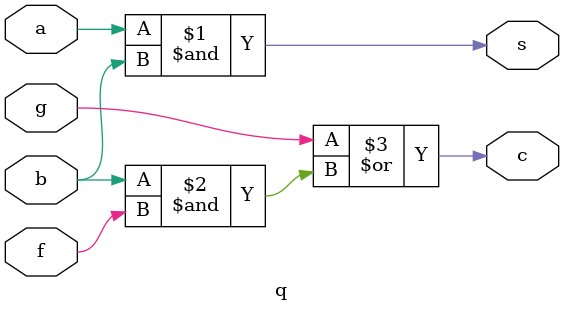
<source format=v>
`timescale 1ns / 1ps

//KSA code
module nbitksa#(parameter n=64)(
       input [n-1:0]a,b,
       input cin,
        output [n-1:0]g,      //sum 
        output [n:0]h,        //concartinated carry and sum
        output c              //carry
       );

  wire [n-1:0]m,w;             // n-1  half adder
  wire  [n-1:1]x,y;            // first stage  output
  wire  [n-1:2]u,v;            // second stage output
  wire   [n-1:4]j,k;           // third stage output
  wire   [n-1:8]p,q;           // fourth stage output
  wire   [n-1:16]z,l;          // fifth stage output
  wire   [n-1:32]s,t;          // sixth stage output
  wire   [n-1:0]su;            // sum output
 genvar i;
 generate
      for(i=0;i<=n-1;i=i+1)
         begin
              p p0(a[i],b[i],m[i],w[i]);                  //instantiate half adder module                         
             if(i==0)                       
                   assign su[i]=cin^m[i];   
             else                   
                   begin

                          // first stage  output

                        q q0(m[i-1],m[i],w[i],w[i-1],x[i],y[i]);        //instantiate carry propagation and generation module            
                           if(i==1)
                             begin
                               assign su[i]=m[i]^w[i-1];         
                             end  
                          // second stage output                            
                         if(i>1)                                      
                              begin
                                  if(i==2)
                                         begin
                                        q q1(m[i-2],x[i],y[i],n[i-2],u[i],v[i]);     //instantiate carry propagation and generation module  
                                          assign su[i]=m[i]^y[i-1];
                                         end
                                  else
                                         begin
                                           q q2(x[i-2],x[i],y[i],y[i-2],u[i],v[i]);   //instantiate carry propagation and generation module  
                                             if(i==3)
                                                assign su[i]=m[i]^v[i-1];
                                          end
                                  // third stage output
                                  if(i>3)
                                      begin
                                                 if(i==4)
                                                    begin
                                                      q q3(m[i-4],u[i],v[i],n[i-4],j[i],k[i]);     //instantiate carry propagation and generation module  
                                                      assign su[i]=m[i]^v[i-1];
                                                    end
                                                  else if(i==5)
                                                     begin
                                                       q q4(x[i-4],u[i],v[i],y[i-4],j[i],k[i]);     //instantiate carry propagation and generation module  
                                                       assign su[i]=m[i]^k[i-1];
                                                     end
                                                  else
                                                     begin
                                                       q q5(u[i-4],u[i],v[i],v[i-4],j[i],k[i]);      //instantiate carry propagation and generation module  
                                                       assign su[i]=m[i]^k[i-1];
                                                     end
                                      // fourth stage output

                                         if(i>7)
                                             begin                                                        
                                                if(i==8)
                                                   begin     
                                                      q q6(m[i-8],j[i],k[i],n[i-8],p[i],q[i]);       //instantiate carry propagation and generation module  
                                                      assign  su[i]=m[i]^k[i-1];
                                                   end
                                                else if(i==9)
                                                   begin     
                                                      q q7(x[i-8],j[i],k[i],y[i-8],p[i],q[i]);       //instantiate carry propagation and generation module  
                                                      assign  su[i]=m[i]^q[i-1];
                                                   end
                                                else if((i==10) || (i==11))
                                                   begin     
                                                      q q8(u[i-8],j[i],k[i],v[i-8],p[i],q[i]);        //instantiate carry propagation and generation module  
                                                      assign  su[i]=m[i]^q[i-1];
                                                   end
                                                else
                                                   begin     
                                                      q q9(j[i-8],j[i],k[i],k[i-8],p[i],q[i]);        //instantiate carry propagation and generation module  
                                                      assign su[i]=m[i]^q[i-1];
                                                   end
                                            // fifth stage output
                                               if(i>15)
                                             begin                                                        
                                                if(i==16)
                                                   begin     
                                                      q q10(m[i-16],p[i],q[i],n[i-16],z[i],l[i]);      //instantiate carry propagation and generation module  
                                                      assign  su[i]=m[i]^q[i-1];
                                                   end
                                                else if(i==17)
                                                   begin     
                                                      q q11(x[i-16],p[i],q[i],y[i-16],z[i],l[i]);      //instantiate carry propagation and generation module  
                                                      assign  su[i]=m[i]^l[i-1];
                                                   end
                                                else if((i==18) || (i==19))
                                                   begin     
                                                      q q12(u[i-16],p[i],q[i],v[i-16],z[i],l[i]);       //instantiate carry propagation and generation module  
                                                      assign  su[i]=m[i]^l[i-1];
                                                   end
                                                else if((i>=20) && (i<=23))
                                                   begin     
                                                      q q13(j[i-16],p[i],q[i],k[i-16],z[i],l[i]);       //instantiate carry propagation and generation module  
                                                      assign  su[i]=m[i]^l[i-1];
                                                   end
                                                else
                                                   begin     
                                                      q q14(p[i-16],p[i],q[i],q[i-16],z[i],l[i]);       //instantiate carry propagation and generation module  
                                                      assign su[i]=m[i]^l[i-1];
                                                   end
                                          // sixth stage output
                                           if(i>31)
                                             begin                                                        
                                                if(i==32)
                                                   begin     
                                                      q q10(m[i-32],z[i],l[i],n[i-32],s[i],t[i]);      //instantiate carry propagation and generation module  
                                                      assign  su[i]=m[i]^l[i-1];
                                                   end
                                                else if(i==33)
                                                   begin     
                                                      q q11(x[i-32],z[i],l[i],y[i-32],s[i],t[i]);       //instantiate carry propagation and generation module  
                                                      assign  su[i]=m[i]^t[i-1];
                                                   end
                                                else if((i==34) || (i==35))
                                                   begin     
                                                      q q12(u[i-32],z[i],l[i],v[i-32],s[i],t[i]);       //instantiate carry propagation and generation module  
                                                      assign  su[i]=m[i]^t[i-1];
                                                   end
                                                else if((i>=36) && (i<=39))
                                                   begin     
                                                      q q13(j[i-32],z[i],l[i],k[i-32],s[i],t[i]);       //instantiate carry propagation and generation module  
                                                      assign  su[i]=m[i]^t[i-1];
                                                   end
                                                 else if((i>=40) && (i<=47))
                                                   begin     
                                                      q q13(p[i-32],z[i],l[i],p[i-32],s[i],t[i]);       //instantiate carry propagation and generation module  
                                                      assign  su[i]=m[i]^t[i-1];
                                                   end
                                                else
                                                   begin     
                                                      q q14(z[i-32],z[i],l[i],l[i-32],s[i],t[i]);        //instantiate carry propagation and generation module  
                                                      assign su[i]=m[i]^t[i-1];
                                                   end
                                             end
                                            end
                                         end
                                     end 
                                end                        
                    end                 
           end
  endgenerate 
assign g=su;
assign h={c,g};              // concartinated sum
assign c=(n>32)?t[n-1]:((n>16)?l[n-1]:((n>8)?q[n-1]:((n>4)?k[n-1]:v[n-1])));  //selecting the particular carry bit of n-stages
endmodule

module p(             //half adder module
      input a,b,
      output s,c
      );
  assign s=a^b;
  assign c=a&b;
endmodule

module q(             //carry propagation and generation module
      input a,b,g,f,
      output s,c
      );
  assign s=a&b;
  assign c=g|(b&f);
 endmodule


//The second version uses a generate block to instantiate the components for each stage of the adder.
// This approach leverages Verilog's generate feature to create repetitive structures, making it more concise for larger bit widths.
</source>
